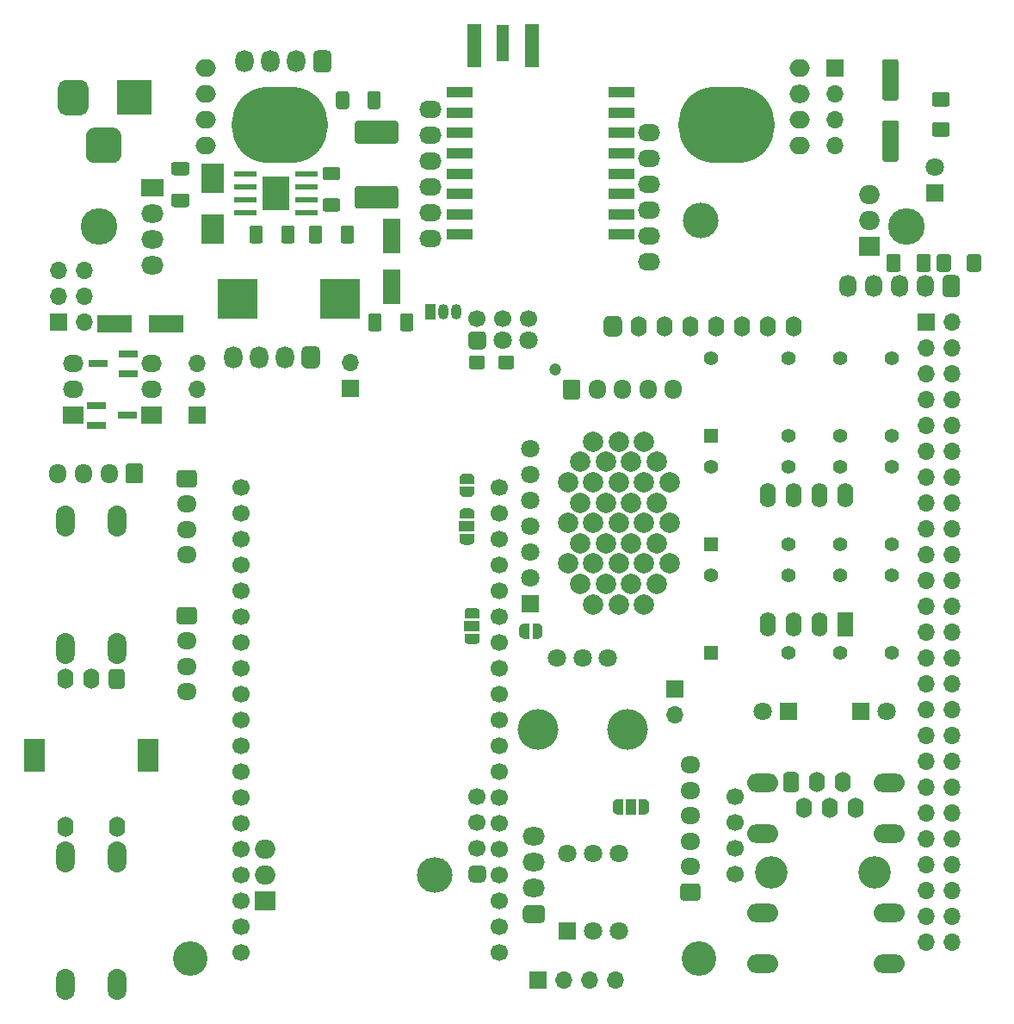
<source format=gts>
G04 #@! TF.GenerationSoftware,KiCad,Pcbnew,(5.1.8)-1*
G04 #@! TF.CreationDate,2021-08-06T23:14:03+02:00*
G04 #@! TF.ProjectId,labAThome,6c616241-5468-46f6-9d65-2e6b69636164,rev?*
G04 #@! TF.SameCoordinates,Original*
G04 #@! TF.FileFunction,Soldermask,Top*
G04 #@! TF.FilePolarity,Negative*
%FSLAX46Y46*%
G04 Gerber Fmt 4.6, Leading zero omitted, Abs format (unit mm)*
G04 Created by KiCad (PCBNEW (5.1.8)-1) date 2021-08-06 23:14:03*
%MOMM*%
%LPD*%
G01*
G04 APERTURE LIST*
%ADD10C,1.800000*%
%ADD11C,1.700000*%
%ADD12O,1.600000X2.000000*%
%ADD13R,2.000000X3.200000*%
%ADD14O,3.048000X1.850000*%
%ADD15O,1.850000X3.048000*%
%ADD16C,3.200000*%
%ADD17O,1.700000X1.700000*%
%ADD18R,1.700000X1.700000*%
%ADD19C,3.600000*%
%ADD20O,9.500000X7.500000*%
%ADD21O,2.000000X1.700000*%
%ADD22O,2.000000X1.800000*%
%ADD23R,1.000000X1.500000*%
%ADD24C,0.100000*%
%ADD25C,4.000000*%
%ADD26O,1.800000X2.200000*%
%ADD27R,1.050000X1.500000*%
%ADD28O,1.050000X1.500000*%
%ADD29O,1.700000X2.200000*%
%ADD30R,2.200000X0.600000*%
%ADD31R,4.000000X4.000000*%
%ADD32R,2.301240X3.000000*%
%ADD33R,1.900000X0.800000*%
%ADD34O,2.030000X1.730000*%
%ADD35R,2.030000X1.730000*%
%ADD36R,3.500000X1.800000*%
%ADD37R,1.800000X1.800000*%
%ADD38O,1.600000X2.400000*%
%ADD39R,1.600000X2.400000*%
%ADD40C,3.400000*%
%ADD41O,1.950000X1.700000*%
%ADD42O,2.000000X1.905000*%
%ADD43R,2.000000X1.905000*%
%ADD44O,3.500000X3.500000*%
%ADD45O,2.200000X1.700000*%
%ADD46C,2.000000*%
%ADD47R,1.270000X3.600000*%
%ADD48R,1.350000X4.200000*%
%ADD49R,1.800000X3.500000*%
%ADD50R,1.500000X1.000000*%
%ADD51C,1.200000*%
%ADD52O,1.700000X1.950000*%
%ADD53R,2.500000X1.000000*%
%ADD54O,2.200000X1.800000*%
%ADD55C,1.400000*%
%ADD56R,1.400000X1.400000*%
%ADD57R,2.200000X1.800000*%
%ADD58R,3.500000X3.500000*%
G04 APERTURE END LIST*
D10*
X82540000Y-61722000D03*
G36*
G01*
X76560000Y-62172000D02*
X76560000Y-61272000D01*
G75*
G02*
X77010000Y-60822000I450000J0D01*
G01*
X77910000Y-60822000D01*
G75*
G02*
X78360000Y-61272000I0J-450000D01*
G01*
X78360000Y-62172000D01*
G75*
G02*
X77910000Y-62622000I-450000J0D01*
G01*
X77010000Y-62622000D01*
G75*
G02*
X76560000Y-62172000I0J450000D01*
G01*
G37*
X80000000Y-61722000D03*
D11*
X79629000Y-76200000D03*
X79629000Y-78740000D03*
X79629000Y-81280000D03*
X79629000Y-83820000D03*
X79629000Y-86360000D03*
X79629000Y-88900000D03*
X79629000Y-91440000D03*
X79629000Y-93980000D03*
X79629000Y-96520000D03*
X79629000Y-99060000D03*
X79629000Y-101600000D03*
X79629000Y-104140000D03*
X79629000Y-106680000D03*
X79629000Y-109220000D03*
X79629000Y-111760000D03*
X79629000Y-114300000D03*
X79629000Y-116840000D03*
X79629000Y-119380000D03*
X79629000Y-121920000D03*
X54229000Y-121920000D03*
X54229000Y-119380000D03*
X54229000Y-116840000D03*
X54229000Y-114300000D03*
X54229000Y-111760000D03*
X54229000Y-109220000D03*
X54229000Y-106680000D03*
X54229000Y-104140000D03*
X54229000Y-101600000D03*
X54229000Y-99060000D03*
X54229000Y-96520000D03*
X54229000Y-93980000D03*
X54229000Y-91440000D03*
X54229000Y-88900000D03*
X54229000Y-86360000D03*
X54229000Y-83820000D03*
X54229000Y-81280000D03*
X54229000Y-78740000D03*
X54229000Y-76200000D03*
G36*
G01*
X41600000Y-94000000D02*
X42400000Y-94000000D01*
G75*
G02*
X42800000Y-94400000I0J-400000D01*
G01*
X42800000Y-95600000D01*
G75*
G02*
X42400000Y-96000000I-400000J0D01*
G01*
X41600000Y-96000000D01*
G75*
G02*
X41200000Y-95600000I0J400000D01*
G01*
X41200000Y-94400000D01*
G75*
G02*
X41600000Y-94000000I400000J0D01*
G01*
G37*
D12*
X39500000Y-95000000D03*
X37000000Y-95000000D03*
D13*
X45100000Y-102500000D03*
X33900000Y-102500000D03*
D12*
X42000000Y-109500000D03*
X37000000Y-109500000D03*
D14*
X118000000Y-118000000D03*
X118000000Y-123000000D03*
X105500000Y-118000000D03*
X105500000Y-123000000D03*
X118000000Y-105250000D03*
X118000000Y-110250000D03*
X105500000Y-105250000D03*
X105500000Y-110250000D03*
D15*
X37000000Y-112500000D03*
X42000000Y-112500000D03*
X37000000Y-125000000D03*
X42000000Y-125000000D03*
X37000000Y-79500000D03*
X42000000Y-79500000D03*
X37000000Y-92000000D03*
X42000000Y-92000000D03*
D16*
X106426000Y-114046000D03*
X116586000Y-114046000D03*
G36*
G01*
X109131000Y-104556000D02*
X109131000Y-105756000D01*
G75*
G02*
X108731000Y-106156000I-400000J0D01*
G01*
X107931000Y-106156000D01*
G75*
G02*
X107531000Y-105756000I0J400000D01*
G01*
X107531000Y-104556000D01*
G75*
G02*
X107931000Y-104156000I400000J0D01*
G01*
X108731000Y-104156000D01*
G75*
G02*
X109131000Y-104556000I0J-400000D01*
G01*
G37*
D12*
X109601000Y-107696000D03*
X110871000Y-105156000D03*
X112141000Y-107696000D03*
X113411000Y-105156000D03*
X114681000Y-107696000D03*
D17*
X96901000Y-98488500D03*
D18*
X96901000Y-95948500D03*
D19*
X119700000Y-50500000D03*
X40300000Y-50500000D03*
D20*
X58000000Y-40500000D03*
X102000000Y-40500000D03*
D21*
X109220000Y-42545000D03*
X109220000Y-40005000D03*
D22*
X109220000Y-37465000D03*
D21*
X109220000Y-34925000D03*
X50800000Y-42545000D03*
X50800000Y-40005000D03*
X50800000Y-37465000D03*
X50800000Y-34925000D03*
G36*
G01*
X118660400Y-38166000D02*
X117559600Y-38166000D01*
G75*
G02*
X117310000Y-37916400I0J249600D01*
G01*
X117310000Y-34315600D01*
G75*
G02*
X117559600Y-34066000I249600J0D01*
G01*
X118660400Y-34066000D01*
G75*
G02*
X118910000Y-34315600I0J-249600D01*
G01*
X118910000Y-37916400D01*
G75*
G02*
X118660400Y-38166000I-249600J0D01*
G01*
G37*
G36*
G01*
X118660400Y-44166000D02*
X117559600Y-44166000D01*
G75*
G02*
X117310000Y-43916400I0J249600D01*
G01*
X117310000Y-40315600D01*
G75*
G02*
X117559600Y-40066000I249600J0D01*
G01*
X118660400Y-40066000D01*
G75*
G02*
X118910000Y-40315600I0J-249600D01*
G01*
X118910000Y-43916400D01*
G75*
G02*
X118660400Y-44166000I-249600J0D01*
G01*
G37*
D23*
X92583000Y-107569000D03*
D24*
G36*
X93883000Y-106819602D02*
G01*
X93907534Y-106819602D01*
X93956365Y-106824412D01*
X94004490Y-106833984D01*
X94051445Y-106848228D01*
X94096778Y-106867005D01*
X94140051Y-106890136D01*
X94180850Y-106917396D01*
X94218779Y-106948524D01*
X94253476Y-106983221D01*
X94284604Y-107021150D01*
X94311864Y-107061949D01*
X94334995Y-107105222D01*
X94353772Y-107150555D01*
X94368016Y-107197510D01*
X94377588Y-107245635D01*
X94382398Y-107294466D01*
X94382398Y-107319000D01*
X94383000Y-107319000D01*
X94383000Y-107819000D01*
X94382398Y-107819000D01*
X94382398Y-107843534D01*
X94377588Y-107892365D01*
X94368016Y-107940490D01*
X94353772Y-107987445D01*
X94334995Y-108032778D01*
X94311864Y-108076051D01*
X94284604Y-108116850D01*
X94253476Y-108154779D01*
X94218779Y-108189476D01*
X94180850Y-108220604D01*
X94140051Y-108247864D01*
X94096778Y-108270995D01*
X94051445Y-108289772D01*
X94004490Y-108304016D01*
X93956365Y-108313588D01*
X93907534Y-108318398D01*
X93883000Y-108318398D01*
X93883000Y-108319000D01*
X93333000Y-108319000D01*
X93333000Y-106819000D01*
X93883000Y-106819000D01*
X93883000Y-106819602D01*
G37*
G36*
X91833000Y-108319000D02*
G01*
X91283000Y-108319000D01*
X91283000Y-108318398D01*
X91258466Y-108318398D01*
X91209635Y-108313588D01*
X91161510Y-108304016D01*
X91114555Y-108289772D01*
X91069222Y-108270995D01*
X91025949Y-108247864D01*
X90985150Y-108220604D01*
X90947221Y-108189476D01*
X90912524Y-108154779D01*
X90881396Y-108116850D01*
X90854136Y-108076051D01*
X90831005Y-108032778D01*
X90812228Y-107987445D01*
X90797984Y-107940490D01*
X90788412Y-107892365D01*
X90783602Y-107843534D01*
X90783602Y-107819000D01*
X90783000Y-107819000D01*
X90783000Y-107319000D01*
X90783602Y-107319000D01*
X90783602Y-107294466D01*
X90788412Y-107245635D01*
X90797984Y-107197510D01*
X90812228Y-107150555D01*
X90831005Y-107105222D01*
X90854136Y-107061949D01*
X90881396Y-107021150D01*
X90912524Y-106983221D01*
X90947221Y-106948524D01*
X90985150Y-106917396D01*
X91025949Y-106890136D01*
X91069222Y-106867005D01*
X91114555Y-106848228D01*
X91161510Y-106833984D01*
X91209635Y-106824412D01*
X91258466Y-106819602D01*
X91283000Y-106819602D01*
X91283000Y-106819000D01*
X91833000Y-106819000D01*
X91833000Y-108319000D01*
G37*
D25*
X83420500Y-99964000D03*
X92220500Y-99964000D03*
D10*
X85320500Y-92964000D03*
X87820500Y-92964000D03*
X90320500Y-92964000D03*
D26*
X53467000Y-63373000D03*
X56007000Y-63373000D03*
X58547000Y-63373000D03*
G36*
G01*
X60637000Y-62273000D02*
X61537000Y-62273000D01*
G75*
G02*
X61987000Y-62723000I0J-450000D01*
G01*
X61987000Y-64023000D01*
G75*
G02*
X61537000Y-64473000I-450000J0D01*
G01*
X60637000Y-64473000D01*
G75*
G02*
X60187000Y-64023000I0J450000D01*
G01*
X60187000Y-62723000D01*
G75*
G02*
X60637000Y-62273000I450000J0D01*
G01*
G37*
D27*
X72898000Y-58928000D03*
D28*
X75438000Y-58928000D03*
X74168000Y-58928000D03*
D12*
X108585000Y-60325000D03*
X106045000Y-60325000D03*
X103505000Y-60325000D03*
X100965000Y-60325000D03*
X98425000Y-60325000D03*
X95885000Y-60325000D03*
X93345000Y-60325000D03*
G36*
G01*
X91255000Y-61325000D02*
X90355000Y-61325000D01*
G75*
G02*
X89905000Y-60875000I0J450000D01*
G01*
X89905000Y-59775000D01*
G75*
G02*
X90355000Y-59325000I450000J0D01*
G01*
X91255000Y-59325000D01*
G75*
G02*
X91705000Y-59775000I0J-450000D01*
G01*
X91705000Y-60875000D01*
G75*
G02*
X91255000Y-61325000I-450000J0D01*
G01*
G37*
D29*
X113919000Y-56388000D03*
X116459000Y-56388000D03*
X118999000Y-56388000D03*
X121539000Y-56388000D03*
G36*
G01*
X124504000Y-57488000D02*
X123654000Y-57488000D01*
G75*
G02*
X123229000Y-57063000I0J425000D01*
G01*
X123229000Y-55713000D01*
G75*
G02*
X123654000Y-55288000I425000J0D01*
G01*
X124504000Y-55288000D01*
G75*
G02*
X124929000Y-55713000I0J-425000D01*
G01*
X124929000Y-57063000D01*
G75*
G02*
X124504000Y-57488000I-425000J0D01*
G01*
G37*
D26*
X54610000Y-34290000D03*
X57150000Y-34290000D03*
X59690000Y-34290000D03*
G36*
G01*
X61780000Y-33190000D02*
X62680000Y-33190000D01*
G75*
G02*
X63130000Y-33640000I0J-450000D01*
G01*
X63130000Y-34940000D01*
G75*
G02*
X62680000Y-35390000I-450000J0D01*
G01*
X61780000Y-35390000D01*
G75*
G02*
X61330000Y-34940000I0J450000D01*
G01*
X61330000Y-33640000D01*
G75*
G02*
X61780000Y-33190000I450000J0D01*
G01*
G37*
G36*
G01*
X64019000Y-51958003D02*
X64019000Y-50657997D01*
G75*
G02*
X64268997Y-50408000I249997J0D01*
G01*
X65094003Y-50408000D01*
G75*
G02*
X65344000Y-50657997I0J-249997D01*
G01*
X65344000Y-51958003D01*
G75*
G02*
X65094003Y-52208000I-249997J0D01*
G01*
X64268997Y-52208000D01*
G75*
G02*
X64019000Y-51958003I0J249997D01*
G01*
G37*
G36*
G01*
X60894000Y-51958003D02*
X60894000Y-50657997D01*
G75*
G02*
X61143997Y-50408000I249997J0D01*
G01*
X61969003Y-50408000D01*
G75*
G02*
X62219000Y-50657997I0J-249997D01*
G01*
X62219000Y-51958003D01*
G75*
G02*
X61969003Y-52208000I-249997J0D01*
G01*
X61143997Y-52208000D01*
G75*
G02*
X60894000Y-51958003I0J249997D01*
G01*
G37*
G36*
G01*
X69861000Y-60594003D02*
X69861000Y-59293997D01*
G75*
G02*
X70110997Y-59044000I249997J0D01*
G01*
X70936003Y-59044000D01*
G75*
G02*
X71186000Y-59293997I0J-249997D01*
G01*
X71186000Y-60594003D01*
G75*
G02*
X70936003Y-60844000I-249997J0D01*
G01*
X70110997Y-60844000D01*
G75*
G02*
X69861000Y-60594003I0J249997D01*
G01*
G37*
G36*
G01*
X66736000Y-60594003D02*
X66736000Y-59293997D01*
G75*
G02*
X66985997Y-59044000I249997J0D01*
G01*
X67811003Y-59044000D01*
G75*
G02*
X68061000Y-59293997I0J-249997D01*
G01*
X68061000Y-60594003D01*
G75*
G02*
X67811003Y-60844000I-249997J0D01*
G01*
X66985997Y-60844000D01*
G75*
G02*
X66736000Y-60594003I0J249997D01*
G01*
G37*
G36*
G01*
X56377000Y-50657997D02*
X56377000Y-51958003D01*
G75*
G02*
X56127003Y-52208000I-249997J0D01*
G01*
X55301997Y-52208000D01*
G75*
G02*
X55052000Y-51958003I0J249997D01*
G01*
X55052000Y-50657997D01*
G75*
G02*
X55301997Y-50408000I249997J0D01*
G01*
X56127003Y-50408000D01*
G75*
G02*
X56377000Y-50657997I0J-249997D01*
G01*
G37*
G36*
G01*
X59502000Y-50657997D02*
X59502000Y-51958003D01*
G75*
G02*
X59252003Y-52208000I-249997J0D01*
G01*
X58426997Y-52208000D01*
G75*
G02*
X58177000Y-51958003I0J249997D01*
G01*
X58177000Y-50657997D01*
G75*
G02*
X58426997Y-50408000I249997J0D01*
G01*
X59252003Y-50408000D01*
G75*
G02*
X59502000Y-50657997I0J-249997D01*
G01*
G37*
G36*
G01*
X48910003Y-45493500D02*
X47609997Y-45493500D01*
G75*
G02*
X47360000Y-45243503I0J249997D01*
G01*
X47360000Y-44418497D01*
G75*
G02*
X47609997Y-44168500I249997J0D01*
G01*
X48910003Y-44168500D01*
G75*
G02*
X49160000Y-44418497I0J-249997D01*
G01*
X49160000Y-45243503D01*
G75*
G02*
X48910003Y-45493500I-249997J0D01*
G01*
G37*
G36*
G01*
X48910003Y-48618500D02*
X47609997Y-48618500D01*
G75*
G02*
X47360000Y-48368503I0J249997D01*
G01*
X47360000Y-47543497D01*
G75*
G02*
X47609997Y-47293500I249997J0D01*
G01*
X48910003Y-47293500D01*
G75*
G02*
X49160000Y-47543497I0J-249997D01*
G01*
X49160000Y-48368503D01*
G75*
G02*
X48910003Y-48618500I-249997J0D01*
G01*
G37*
D24*
G36*
X58958000Y-45594000D02*
G01*
X58958000Y-48894000D01*
X56358000Y-48894000D01*
X56358000Y-45594000D01*
X58958000Y-45594000D01*
G37*
D30*
X54658000Y-49149000D03*
X54658000Y-47879000D03*
X54658000Y-46609000D03*
X54658000Y-45339000D03*
X60658000Y-45339000D03*
X60658000Y-46609000D03*
X60658000Y-47879000D03*
X60658000Y-49149000D03*
G36*
G01*
X64860000Y-37474999D02*
X64860000Y-38725001D01*
G75*
G02*
X64610001Y-38975000I-249999J0D01*
G01*
X63809999Y-38975000D01*
G75*
G02*
X63560000Y-38725001I0J249999D01*
G01*
X63560000Y-37474999D01*
G75*
G02*
X63809999Y-37225000I249999J0D01*
G01*
X64610001Y-37225000D01*
G75*
G02*
X64860000Y-37474999I0J-249999D01*
G01*
G37*
G36*
G01*
X67960000Y-37474999D02*
X67960000Y-38725001D01*
G75*
G02*
X67710001Y-38975000I-249999J0D01*
G01*
X66909999Y-38975000D01*
G75*
G02*
X66660000Y-38725001I0J249999D01*
G01*
X66660000Y-37474999D01*
G75*
G02*
X66909999Y-37225000I249999J0D01*
G01*
X67710001Y-37225000D01*
G75*
G02*
X67960000Y-37474999I0J-249999D01*
G01*
G37*
G36*
G01*
X62493999Y-47763000D02*
X63744001Y-47763000D01*
G75*
G02*
X63994000Y-48012999I0J-249999D01*
G01*
X63994000Y-48813001D01*
G75*
G02*
X63744001Y-49063000I-249999J0D01*
G01*
X62493999Y-49063000D01*
G75*
G02*
X62244000Y-48813001I0J249999D01*
G01*
X62244000Y-48012999D01*
G75*
G02*
X62493999Y-47763000I249999J0D01*
G01*
G37*
G36*
G01*
X62493999Y-44663000D02*
X63744001Y-44663000D01*
G75*
G02*
X63994000Y-44912999I0J-249999D01*
G01*
X63994000Y-45713001D01*
G75*
G02*
X63744001Y-45963000I-249999J0D01*
G01*
X62493999Y-45963000D01*
G75*
G02*
X62244000Y-45713001I0J249999D01*
G01*
X62244000Y-44912999D01*
G75*
G02*
X62493999Y-44663000I249999J0D01*
G01*
G37*
D31*
X53928000Y-57658000D03*
X63928000Y-57658000D03*
D32*
X51435000Y-45760000D03*
X51435000Y-50760000D03*
D33*
X40156000Y-64008000D03*
X43156000Y-63058000D03*
X43156000Y-64958000D03*
D11*
X102870000Y-106553000D03*
X102870000Y-109093000D03*
X102870000Y-111633000D03*
X102870000Y-114173000D03*
G36*
G01*
X76620000Y-114598000D02*
X76620000Y-113748000D01*
G75*
G02*
X77045000Y-113323000I425000J0D01*
G01*
X77895000Y-113323000D01*
G75*
G02*
X78320000Y-113748000I0J-425000D01*
G01*
X78320000Y-114598000D01*
G75*
G02*
X77895000Y-115023000I-425000J0D01*
G01*
X77045000Y-115023000D01*
G75*
G02*
X76620000Y-114598000I0J425000D01*
G01*
G37*
X77470000Y-111633000D03*
X77470000Y-109093000D03*
X77470000Y-106553000D03*
D33*
X43029000Y-69088000D03*
X40029000Y-70038000D03*
X40029000Y-68138000D03*
D34*
X37719000Y-64008000D03*
X37719000Y-66548000D03*
D35*
X37719000Y-69088000D03*
D36*
X41823000Y-60071000D03*
X46823000Y-60071000D03*
D37*
X122491500Y-47244000D03*
D10*
X122491500Y-44704000D03*
D38*
X113665000Y-76962000D03*
X106045000Y-89662000D03*
X111125000Y-76962000D03*
X108585000Y-89662000D03*
X108585000Y-76962000D03*
X111125000Y-89662000D03*
X106045000Y-76962000D03*
D39*
X113665000Y-89662000D03*
D24*
G36*
X75704602Y-75296000D02*
G01*
X75704602Y-75271466D01*
X75709412Y-75222635D01*
X75718984Y-75174510D01*
X75733228Y-75127555D01*
X75752005Y-75082222D01*
X75775136Y-75038949D01*
X75802396Y-74998150D01*
X75833524Y-74960221D01*
X75868221Y-74925524D01*
X75906150Y-74894396D01*
X75946949Y-74867136D01*
X75990222Y-74844005D01*
X76035555Y-74825228D01*
X76082510Y-74810984D01*
X76130635Y-74801412D01*
X76179466Y-74796602D01*
X76204000Y-74796602D01*
X76204000Y-74796000D01*
X76704000Y-74796000D01*
X76704000Y-74796602D01*
X76728534Y-74796602D01*
X76777365Y-74801412D01*
X76825490Y-74810984D01*
X76872445Y-74825228D01*
X76917778Y-74844005D01*
X76961051Y-74867136D01*
X77001850Y-74894396D01*
X77039779Y-74925524D01*
X77074476Y-74960221D01*
X77105604Y-74998150D01*
X77132864Y-75038949D01*
X77155995Y-75082222D01*
X77174772Y-75127555D01*
X77189016Y-75174510D01*
X77198588Y-75222635D01*
X77203398Y-75271466D01*
X77203398Y-75296000D01*
X77204000Y-75296000D01*
X77204000Y-75796000D01*
X75704000Y-75796000D01*
X75704000Y-75296000D01*
X75704602Y-75296000D01*
G37*
G36*
X77204000Y-76096000D02*
G01*
X77204000Y-76596000D01*
X77203398Y-76596000D01*
X77203398Y-76620534D01*
X77198588Y-76669365D01*
X77189016Y-76717490D01*
X77174772Y-76764445D01*
X77155995Y-76809778D01*
X77132864Y-76853051D01*
X77105604Y-76893850D01*
X77074476Y-76931779D01*
X77039779Y-76966476D01*
X77001850Y-76997604D01*
X76961051Y-77024864D01*
X76917778Y-77047995D01*
X76872445Y-77066772D01*
X76825490Y-77081016D01*
X76777365Y-77090588D01*
X76728534Y-77095398D01*
X76704000Y-77095398D01*
X76704000Y-77096000D01*
X76204000Y-77096000D01*
X76204000Y-77095398D01*
X76179466Y-77095398D01*
X76130635Y-77090588D01*
X76082510Y-77081016D01*
X76035555Y-77066772D01*
X75990222Y-77047995D01*
X75946949Y-77024864D01*
X75906150Y-76997604D01*
X75868221Y-76966476D01*
X75833524Y-76931779D01*
X75802396Y-76893850D01*
X75775136Y-76853051D01*
X75752005Y-76809778D01*
X75733228Y-76764445D01*
X75718984Y-76717490D01*
X75709412Y-76669365D01*
X75704602Y-76620534D01*
X75704602Y-76596000D01*
X75704000Y-76596000D01*
X75704000Y-76096000D01*
X77204000Y-76096000D01*
G37*
D40*
X99276000Y-122482000D03*
X49276000Y-122482000D03*
D41*
X48895000Y-82811000D03*
X48895000Y-80311000D03*
X48895000Y-77811000D03*
G36*
G01*
X48170000Y-74461000D02*
X49620000Y-74461000D01*
G75*
G02*
X49870000Y-74711000I0J-250000D01*
G01*
X49870000Y-75911000D01*
G75*
G02*
X49620000Y-76161000I-250000J0D01*
G01*
X48170000Y-76161000D01*
G75*
G02*
X47920000Y-75911000I0J250000D01*
G01*
X47920000Y-74711000D01*
G75*
G02*
X48170000Y-74461000I250000J0D01*
G01*
G37*
X48895000Y-96273000D03*
X48895000Y-93773000D03*
X48895000Y-91273000D03*
G36*
G01*
X48170000Y-87923000D02*
X49620000Y-87923000D01*
G75*
G02*
X49870000Y-88173000I0J-250000D01*
G01*
X49870000Y-89373000D01*
G75*
G02*
X49620000Y-89623000I-250000J0D01*
G01*
X48170000Y-89623000D01*
G75*
G02*
X47920000Y-89373000I0J250000D01*
G01*
X47920000Y-88173000D01*
G75*
G02*
X48170000Y-87923000I250000J0D01*
G01*
G37*
D42*
X56642000Y-111760000D03*
X56642000Y-114300000D03*
D43*
X56642000Y-116840000D03*
D44*
X73302000Y-114300000D03*
D45*
X94398000Y-53989000D03*
X94398000Y-51449000D03*
X94398000Y-48909000D03*
X94398000Y-46369000D03*
X94398000Y-43829000D03*
X72898000Y-51689000D03*
X72898000Y-49149000D03*
X72898000Y-46609000D03*
X72898000Y-44069000D03*
X72898000Y-41529000D03*
X94398000Y-41289000D03*
X72898000Y-38989000D03*
G36*
G01*
X65688999Y-46525000D02*
X69439001Y-46525000D01*
G75*
G02*
X69689000Y-46774999I0J-249999D01*
G01*
X69689000Y-48525001D01*
G75*
G02*
X69439001Y-48775000I-249999J0D01*
G01*
X65688999Y-48775000D01*
G75*
G02*
X65439000Y-48525001I0J249999D01*
G01*
X65439000Y-46774999D01*
G75*
G02*
X65688999Y-46525000I249999J0D01*
G01*
G37*
G36*
G01*
X65688999Y-40125000D02*
X69439001Y-40125000D01*
G75*
G02*
X69689000Y-40374999I0J-249999D01*
G01*
X69689000Y-42125001D01*
G75*
G02*
X69439001Y-42375000I-249999J0D01*
G01*
X65688999Y-42375000D01*
G75*
G02*
X65439000Y-42125001I0J249999D01*
G01*
X65439000Y-40374999D01*
G75*
G02*
X65688999Y-40125000I249999J0D01*
G01*
G37*
D10*
X82677000Y-72390000D03*
X82677000Y-74930000D03*
X82677000Y-77470000D03*
X82677000Y-80010000D03*
X82677000Y-82550000D03*
X82677000Y-85090000D03*
D37*
X82677000Y-87630000D03*
D17*
X38862000Y-54864000D03*
X36322000Y-54864000D03*
X38862000Y-57404000D03*
X36322000Y-57404000D03*
X38862000Y-59944000D03*
D18*
X36322000Y-59944000D03*
G36*
G01*
X123688000Y-38722000D02*
X122438000Y-38722000D01*
G75*
G02*
X122188000Y-38472000I0J250000D01*
G01*
X122188000Y-37547000D01*
G75*
G02*
X122438000Y-37297000I250000J0D01*
G01*
X123688000Y-37297000D01*
G75*
G02*
X123938000Y-37547000I0J-250000D01*
G01*
X123938000Y-38472000D01*
G75*
G02*
X123688000Y-38722000I-250000J0D01*
G01*
G37*
G36*
G01*
X123688000Y-41697000D02*
X122438000Y-41697000D01*
G75*
G02*
X122188000Y-41447000I0J250000D01*
G01*
X122188000Y-40522000D01*
G75*
G02*
X122438000Y-40272000I250000J0D01*
G01*
X123688000Y-40272000D01*
G75*
G02*
X123938000Y-40522000I0J-250000D01*
G01*
X123938000Y-41447000D01*
G75*
G02*
X123688000Y-41697000I-250000J0D01*
G01*
G37*
D46*
X88873000Y-87660000D03*
X91373000Y-87660000D03*
X93873000Y-87660000D03*
X95123000Y-85660000D03*
X92623000Y-85660000D03*
X90123000Y-85660000D03*
X87623000Y-85660000D03*
X86373000Y-83660000D03*
X88873000Y-83660000D03*
X91373000Y-83660000D03*
X93873000Y-83660000D03*
X96373000Y-83660000D03*
X95123000Y-81660000D03*
X92623000Y-81660000D03*
X90123000Y-81660000D03*
X87623000Y-81660000D03*
X93873000Y-71660000D03*
X91373000Y-71660000D03*
X88873000Y-71660000D03*
X95123000Y-73660000D03*
X92623000Y-73660000D03*
X90123000Y-73660000D03*
X87623000Y-73660000D03*
X96373000Y-75660000D03*
X93873000Y-75660000D03*
X91373000Y-75660000D03*
X88873000Y-75660000D03*
X86373000Y-75660000D03*
X95123000Y-77660000D03*
X92623000Y-77660000D03*
X90123000Y-77660000D03*
X87623000Y-77660000D03*
X96373000Y-79660000D03*
X93873000Y-79660000D03*
X91373000Y-79660000D03*
X88873000Y-79660000D03*
X86373000Y-79660000D03*
D41*
X98425000Y-103451000D03*
X98425000Y-105951000D03*
X98425000Y-108451000D03*
X98425000Y-110951000D03*
X98425000Y-113451000D03*
G36*
G01*
X99150000Y-116801000D02*
X97700000Y-116801000D01*
G75*
G02*
X97450000Y-116551000I0J250000D01*
G01*
X97450000Y-115351000D01*
G75*
G02*
X97700000Y-115101000I250000J0D01*
G01*
X99150000Y-115101000D01*
G75*
G02*
X99400000Y-115351000I0J-250000D01*
G01*
X99400000Y-116551000D01*
G75*
G02*
X99150000Y-116801000I-250000J0D01*
G01*
G37*
D47*
X80000000Y-32500000D03*
D48*
X77175000Y-32700000D03*
X82825000Y-32700000D03*
D17*
X112649000Y-42545000D03*
X112649000Y-40005000D03*
X112649000Y-37465000D03*
D18*
X112649000Y-34925000D03*
G36*
G01*
X78217000Y-63455999D02*
X78217000Y-64306001D01*
G75*
G02*
X77967001Y-64556000I-249999J0D01*
G01*
X76891999Y-64556000D01*
G75*
G02*
X76642000Y-64306001I0J249999D01*
G01*
X76642000Y-63455999D01*
G75*
G02*
X76891999Y-63206000I249999J0D01*
G01*
X77967001Y-63206000D01*
G75*
G02*
X78217000Y-63455999I0J-249999D01*
G01*
G37*
G36*
G01*
X81092000Y-63455999D02*
X81092000Y-64306001D01*
G75*
G02*
X80842001Y-64556000I-249999J0D01*
G01*
X79766999Y-64556000D01*
G75*
G02*
X79517000Y-64306001I0J249999D01*
G01*
X79517000Y-63455999D01*
G75*
G02*
X79766999Y-63206000I249999J0D01*
G01*
X80842001Y-63206000D01*
G75*
G02*
X81092000Y-63455999I0J-249999D01*
G01*
G37*
D49*
X69088000Y-56435000D03*
X69088000Y-51435000D03*
G36*
G01*
X124066000Y-53477000D02*
X124066000Y-54727000D01*
G75*
G02*
X123816000Y-54977000I-250000J0D01*
G01*
X122891000Y-54977000D01*
G75*
G02*
X122641000Y-54727000I0J250000D01*
G01*
X122641000Y-53477000D01*
G75*
G02*
X122891000Y-53227000I250000J0D01*
G01*
X123816000Y-53227000D01*
G75*
G02*
X124066000Y-53477000I0J-250000D01*
G01*
G37*
G36*
G01*
X127041000Y-53477000D02*
X127041000Y-54727000D01*
G75*
G02*
X126791000Y-54977000I-250000J0D01*
G01*
X125866000Y-54977000D01*
G75*
G02*
X125616000Y-54727000I0J250000D01*
G01*
X125616000Y-53477000D01*
G75*
G02*
X125866000Y-53227000I250000J0D01*
G01*
X126791000Y-53227000D01*
G75*
G02*
X127041000Y-53477000I0J-250000D01*
G01*
G37*
G36*
G01*
X120663000Y-54727000D02*
X120663000Y-53477000D01*
G75*
G02*
X120913000Y-53227000I250000J0D01*
G01*
X121838000Y-53227000D01*
G75*
G02*
X122088000Y-53477000I0J-250000D01*
G01*
X122088000Y-54727000D01*
G75*
G02*
X121838000Y-54977000I-250000J0D01*
G01*
X120913000Y-54977000D01*
G75*
G02*
X120663000Y-54727000I0J250000D01*
G01*
G37*
G36*
G01*
X117688000Y-54727000D02*
X117688000Y-53477000D01*
G75*
G02*
X117938000Y-53227000I250000J0D01*
G01*
X118863000Y-53227000D01*
G75*
G02*
X119113000Y-53477000I0J-250000D01*
G01*
X119113000Y-54727000D01*
G75*
G02*
X118863000Y-54977000I-250000J0D01*
G01*
X117938000Y-54977000D01*
G75*
G02*
X117688000Y-54727000I0J250000D01*
G01*
G37*
D50*
X76454000Y-80010000D03*
D24*
G36*
X75704602Y-78710000D02*
G01*
X75704602Y-78685466D01*
X75709412Y-78636635D01*
X75718984Y-78588510D01*
X75733228Y-78541555D01*
X75752005Y-78496222D01*
X75775136Y-78452949D01*
X75802396Y-78412150D01*
X75833524Y-78374221D01*
X75868221Y-78339524D01*
X75906150Y-78308396D01*
X75946949Y-78281136D01*
X75990222Y-78258005D01*
X76035555Y-78239228D01*
X76082510Y-78224984D01*
X76130635Y-78215412D01*
X76179466Y-78210602D01*
X76204000Y-78210602D01*
X76204000Y-78210000D01*
X76704000Y-78210000D01*
X76704000Y-78210602D01*
X76728534Y-78210602D01*
X76777365Y-78215412D01*
X76825490Y-78224984D01*
X76872445Y-78239228D01*
X76917778Y-78258005D01*
X76961051Y-78281136D01*
X77001850Y-78308396D01*
X77039779Y-78339524D01*
X77074476Y-78374221D01*
X77105604Y-78412150D01*
X77132864Y-78452949D01*
X77155995Y-78496222D01*
X77174772Y-78541555D01*
X77189016Y-78588510D01*
X77198588Y-78636635D01*
X77203398Y-78685466D01*
X77203398Y-78710000D01*
X77204000Y-78710000D01*
X77204000Y-79260000D01*
X75704000Y-79260000D01*
X75704000Y-78710000D01*
X75704602Y-78710000D01*
G37*
G36*
X77204000Y-80760000D02*
G01*
X77204000Y-81310000D01*
X77203398Y-81310000D01*
X77203398Y-81334534D01*
X77198588Y-81383365D01*
X77189016Y-81431490D01*
X77174772Y-81478445D01*
X77155995Y-81523778D01*
X77132864Y-81567051D01*
X77105604Y-81607850D01*
X77074476Y-81645779D01*
X77039779Y-81680476D01*
X77001850Y-81711604D01*
X76961051Y-81738864D01*
X76917778Y-81761995D01*
X76872445Y-81780772D01*
X76825490Y-81795016D01*
X76777365Y-81804588D01*
X76728534Y-81809398D01*
X76704000Y-81809398D01*
X76704000Y-81810000D01*
X76204000Y-81810000D01*
X76204000Y-81809398D01*
X76179466Y-81809398D01*
X76130635Y-81804588D01*
X76082510Y-81795016D01*
X76035555Y-81780772D01*
X75990222Y-81761995D01*
X75946949Y-81738864D01*
X75906150Y-81711604D01*
X75868221Y-81680476D01*
X75833524Y-81645779D01*
X75802396Y-81607850D01*
X75775136Y-81567051D01*
X75752005Y-81523778D01*
X75733228Y-81478445D01*
X75718984Y-81431490D01*
X75709412Y-81383365D01*
X75704602Y-81334534D01*
X75704602Y-81310000D01*
X75704000Y-81310000D01*
X75704000Y-80760000D01*
X77204000Y-80760000D01*
G37*
D50*
X76962000Y-89789000D03*
D24*
G36*
X77711398Y-91089000D02*
G01*
X77711398Y-91113534D01*
X77706588Y-91162365D01*
X77697016Y-91210490D01*
X77682772Y-91257445D01*
X77663995Y-91302778D01*
X77640864Y-91346051D01*
X77613604Y-91386850D01*
X77582476Y-91424779D01*
X77547779Y-91459476D01*
X77509850Y-91490604D01*
X77469051Y-91517864D01*
X77425778Y-91540995D01*
X77380445Y-91559772D01*
X77333490Y-91574016D01*
X77285365Y-91583588D01*
X77236534Y-91588398D01*
X77212000Y-91588398D01*
X77212000Y-91589000D01*
X76712000Y-91589000D01*
X76712000Y-91588398D01*
X76687466Y-91588398D01*
X76638635Y-91583588D01*
X76590510Y-91574016D01*
X76543555Y-91559772D01*
X76498222Y-91540995D01*
X76454949Y-91517864D01*
X76414150Y-91490604D01*
X76376221Y-91459476D01*
X76341524Y-91424779D01*
X76310396Y-91386850D01*
X76283136Y-91346051D01*
X76260005Y-91302778D01*
X76241228Y-91257445D01*
X76226984Y-91210490D01*
X76217412Y-91162365D01*
X76212602Y-91113534D01*
X76212602Y-91089000D01*
X76212000Y-91089000D01*
X76212000Y-90539000D01*
X77712000Y-90539000D01*
X77712000Y-91089000D01*
X77711398Y-91089000D01*
G37*
G36*
X76212000Y-89039000D02*
G01*
X76212000Y-88489000D01*
X76212602Y-88489000D01*
X76212602Y-88464466D01*
X76217412Y-88415635D01*
X76226984Y-88367510D01*
X76241228Y-88320555D01*
X76260005Y-88275222D01*
X76283136Y-88231949D01*
X76310396Y-88191150D01*
X76341524Y-88153221D01*
X76376221Y-88118524D01*
X76414150Y-88087396D01*
X76454949Y-88060136D01*
X76498222Y-88037005D01*
X76543555Y-88018228D01*
X76590510Y-88003984D01*
X76638635Y-87994412D01*
X76687466Y-87989602D01*
X76712000Y-87989602D01*
X76712000Y-87989000D01*
X77212000Y-87989000D01*
X77212000Y-87989602D01*
X77236534Y-87989602D01*
X77285365Y-87994412D01*
X77333490Y-88003984D01*
X77380445Y-88018228D01*
X77425778Y-88037005D01*
X77469051Y-88060136D01*
X77509850Y-88087396D01*
X77547779Y-88118524D01*
X77582476Y-88153221D01*
X77613604Y-88191150D01*
X77640864Y-88231949D01*
X77663995Y-88275222D01*
X77682772Y-88320555D01*
X77697016Y-88367510D01*
X77706588Y-88415635D01*
X77711398Y-88464466D01*
X77711398Y-88489000D01*
X77712000Y-88489000D01*
X77712000Y-89039000D01*
X76212000Y-89039000D01*
G37*
G36*
X83390500Y-89547602D02*
G01*
X83415034Y-89547602D01*
X83463865Y-89552412D01*
X83511990Y-89561984D01*
X83558945Y-89576228D01*
X83604278Y-89595005D01*
X83647551Y-89618136D01*
X83688350Y-89645396D01*
X83726279Y-89676524D01*
X83760976Y-89711221D01*
X83792104Y-89749150D01*
X83819364Y-89789949D01*
X83842495Y-89833222D01*
X83861272Y-89878555D01*
X83875516Y-89925510D01*
X83885088Y-89973635D01*
X83889898Y-90022466D01*
X83889898Y-90047000D01*
X83890500Y-90047000D01*
X83890500Y-90547000D01*
X83889898Y-90547000D01*
X83889898Y-90571534D01*
X83885088Y-90620365D01*
X83875516Y-90668490D01*
X83861272Y-90715445D01*
X83842495Y-90760778D01*
X83819364Y-90804051D01*
X83792104Y-90844850D01*
X83760976Y-90882779D01*
X83726279Y-90917476D01*
X83688350Y-90948604D01*
X83647551Y-90975864D01*
X83604278Y-90998995D01*
X83558945Y-91017772D01*
X83511990Y-91032016D01*
X83463865Y-91041588D01*
X83415034Y-91046398D01*
X83390500Y-91046398D01*
X83390500Y-91047000D01*
X82890500Y-91047000D01*
X82890500Y-89547000D01*
X83390500Y-89547000D01*
X83390500Y-89547602D01*
G37*
G36*
X82590500Y-91047000D02*
G01*
X82090500Y-91047000D01*
X82090500Y-91046398D01*
X82065966Y-91046398D01*
X82017135Y-91041588D01*
X81969010Y-91032016D01*
X81922055Y-91017772D01*
X81876722Y-90998995D01*
X81833449Y-90975864D01*
X81792650Y-90948604D01*
X81754721Y-90917476D01*
X81720024Y-90882779D01*
X81688896Y-90844850D01*
X81661636Y-90804051D01*
X81638505Y-90760778D01*
X81619728Y-90715445D01*
X81605484Y-90668490D01*
X81595912Y-90620365D01*
X81591102Y-90571534D01*
X81591102Y-90547000D01*
X81590500Y-90547000D01*
X81590500Y-90047000D01*
X81591102Y-90047000D01*
X81591102Y-90022466D01*
X81595912Y-89973635D01*
X81605484Y-89925510D01*
X81619728Y-89878555D01*
X81638505Y-89833222D01*
X81661636Y-89789949D01*
X81688896Y-89749150D01*
X81720024Y-89711221D01*
X81754721Y-89676524D01*
X81792650Y-89645396D01*
X81833449Y-89618136D01*
X81876722Y-89595005D01*
X81922055Y-89576228D01*
X81969010Y-89561984D01*
X82017135Y-89552412D01*
X82065966Y-89547602D01*
X82090500Y-89547602D01*
X82090500Y-89547000D01*
X82590500Y-89547000D01*
X82590500Y-91047000D01*
G37*
D51*
X85141000Y-64548000D03*
D52*
X96741000Y-66548000D03*
X94241000Y-66548000D03*
X91741000Y-66548000D03*
X89241000Y-66548000D03*
G36*
G01*
X85891000Y-67273000D02*
X85891000Y-65823000D01*
G75*
G02*
X86141000Y-65573000I250000J0D01*
G01*
X87341000Y-65573000D01*
G75*
G02*
X87591000Y-65823000I0J-250000D01*
G01*
X87591000Y-67273000D01*
G75*
G02*
X87341000Y-67523000I-250000J0D01*
G01*
X86141000Y-67523000D01*
G75*
G02*
X85891000Y-67273000I0J250000D01*
G01*
G37*
D53*
X75694000Y-51323000D03*
X75694000Y-49323000D03*
X75694000Y-47323000D03*
X75694000Y-45323000D03*
X75694000Y-43323000D03*
X75694000Y-41323000D03*
X75694000Y-39323000D03*
X75694000Y-37323000D03*
X91694000Y-37323000D03*
X91694000Y-39323000D03*
X91694000Y-41323000D03*
X91694000Y-43323000D03*
X91694000Y-45323000D03*
X91694000Y-47323000D03*
X91694000Y-49323000D03*
X91694000Y-51323000D03*
D54*
X83058000Y-110490000D03*
X83058000Y-113030000D03*
X83058000Y-115570000D03*
G36*
G01*
X81958000Y-118560000D02*
X81958000Y-117660000D01*
G75*
G02*
X82408000Y-117210000I450000J0D01*
G01*
X83708000Y-117210000D01*
G75*
G02*
X84158000Y-117660000I0J-450000D01*
G01*
X84158000Y-118560000D01*
G75*
G02*
X83708000Y-119010000I-450000J0D01*
G01*
X82408000Y-119010000D01*
G75*
G02*
X81958000Y-118560000I0J450000D01*
G01*
G37*
D10*
X86360000Y-112141000D03*
X88900000Y-112141000D03*
X91440000Y-112141000D03*
X91440000Y-119761000D03*
X88900000Y-119761000D03*
D37*
X86360000Y-119761000D03*
D52*
X36235000Y-74803000D03*
X38735000Y-74803000D03*
X41235000Y-74803000D03*
G36*
G01*
X44585000Y-74078000D02*
X44585000Y-75528000D01*
G75*
G02*
X44335000Y-75778000I-250000J0D01*
G01*
X43135000Y-75778000D01*
G75*
G02*
X42885000Y-75528000I0J250000D01*
G01*
X42885000Y-74078000D01*
G75*
G02*
X43135000Y-73828000I250000J0D01*
G01*
X44335000Y-73828000D01*
G75*
G02*
X44585000Y-74078000I0J-250000D01*
G01*
G37*
D11*
X82540000Y-59563000D03*
X80000000Y-59563000D03*
X77460000Y-59563000D03*
D34*
X45466000Y-64008000D03*
X45466000Y-66548000D03*
D35*
X45466000Y-69088000D03*
D17*
X49911000Y-64008000D03*
X49911000Y-66548000D03*
D18*
X49911000Y-69088000D03*
D42*
X116078000Y-47371000D03*
X116078000Y-49911000D03*
D43*
X116078000Y-52451000D03*
D44*
X99418000Y-49911000D03*
D17*
X91059000Y-124587000D03*
X88519000Y-124587000D03*
X85979000Y-124587000D03*
D18*
X83439000Y-124587000D03*
D17*
X124206000Y-120904000D03*
X121666000Y-120904000D03*
X124206000Y-118364000D03*
X121666000Y-118364000D03*
X124206000Y-115824000D03*
X121666000Y-115824000D03*
X124206000Y-113284000D03*
X121666000Y-113284000D03*
X124206000Y-110744000D03*
X121666000Y-110744000D03*
X124206000Y-108204000D03*
X121666000Y-108204000D03*
X124206000Y-105664000D03*
X121666000Y-105664000D03*
X124206000Y-103124000D03*
X121666000Y-103124000D03*
X124206000Y-100584000D03*
X121666000Y-100584000D03*
X124206000Y-98044000D03*
X121666000Y-98044000D03*
X124206000Y-95504000D03*
X121666000Y-95504000D03*
X124206000Y-92964000D03*
X121666000Y-92964000D03*
X124206000Y-90424000D03*
X121666000Y-90424000D03*
X124206000Y-87884000D03*
X121666000Y-87884000D03*
X124206000Y-85344000D03*
X121666000Y-85344000D03*
X124206000Y-82804000D03*
X121666000Y-82804000D03*
X124206000Y-80264000D03*
X121666000Y-80264000D03*
X124206000Y-77724000D03*
X121666000Y-77724000D03*
X124206000Y-75184000D03*
X121666000Y-75184000D03*
X124206000Y-72644000D03*
X121666000Y-72644000D03*
X124206000Y-70104000D03*
X121666000Y-70104000D03*
X124206000Y-67564000D03*
X121666000Y-67564000D03*
X124206000Y-65024000D03*
X121666000Y-65024000D03*
X124206000Y-62484000D03*
X121666000Y-62484000D03*
X124206000Y-59944000D03*
D18*
X121666000Y-59944000D03*
D55*
X108077000Y-74168000D03*
X118237000Y-74168000D03*
X113157000Y-74168000D03*
X108077000Y-81788000D03*
X118237000Y-81788000D03*
X113157000Y-81788000D03*
X100457000Y-74168000D03*
D56*
X100457000Y-81788000D03*
D54*
X45500000Y-54310000D03*
X45500000Y-51770000D03*
X45500000Y-49230000D03*
D57*
X45500000Y-46690000D03*
G36*
G01*
X38969000Y-43421000D02*
X38969000Y-41671000D01*
G75*
G02*
X39844000Y-40796000I875000J0D01*
G01*
X41594000Y-40796000D01*
G75*
G02*
X42469000Y-41671000I0J-875000D01*
G01*
X42469000Y-43421000D01*
G75*
G02*
X41594000Y-44296000I-875000J0D01*
G01*
X39844000Y-44296000D01*
G75*
G02*
X38969000Y-43421000I0J875000D01*
G01*
G37*
G36*
G01*
X36219000Y-38846000D02*
X36219000Y-36846000D01*
G75*
G02*
X36969000Y-36096000I750000J0D01*
G01*
X38469000Y-36096000D01*
G75*
G02*
X39219000Y-36846000I0J-750000D01*
G01*
X39219000Y-38846000D01*
G75*
G02*
X38469000Y-39596000I-750000J0D01*
G01*
X36969000Y-39596000D01*
G75*
G02*
X36219000Y-38846000I0J750000D01*
G01*
G37*
D58*
X43719000Y-37846000D03*
D55*
X108077000Y-63500000D03*
X118237000Y-63500000D03*
X113157000Y-63500000D03*
X108077000Y-71120000D03*
X118237000Y-71120000D03*
X113157000Y-71120000D03*
X100457000Y-63500000D03*
D56*
X100457000Y-71120000D03*
D17*
X65024000Y-63881000D03*
D18*
X65024000Y-66421000D03*
D55*
X108077000Y-84836000D03*
X118237000Y-84836000D03*
X113157000Y-84836000D03*
X108077000Y-92456000D03*
X118237000Y-92456000D03*
X113157000Y-92456000D03*
X100457000Y-84836000D03*
D56*
X100457000Y-92456000D03*
D10*
X105537000Y-98171000D03*
D37*
X108077000Y-98171000D03*
D10*
X117729000Y-98171000D03*
D37*
X115189000Y-98171000D03*
M02*

</source>
